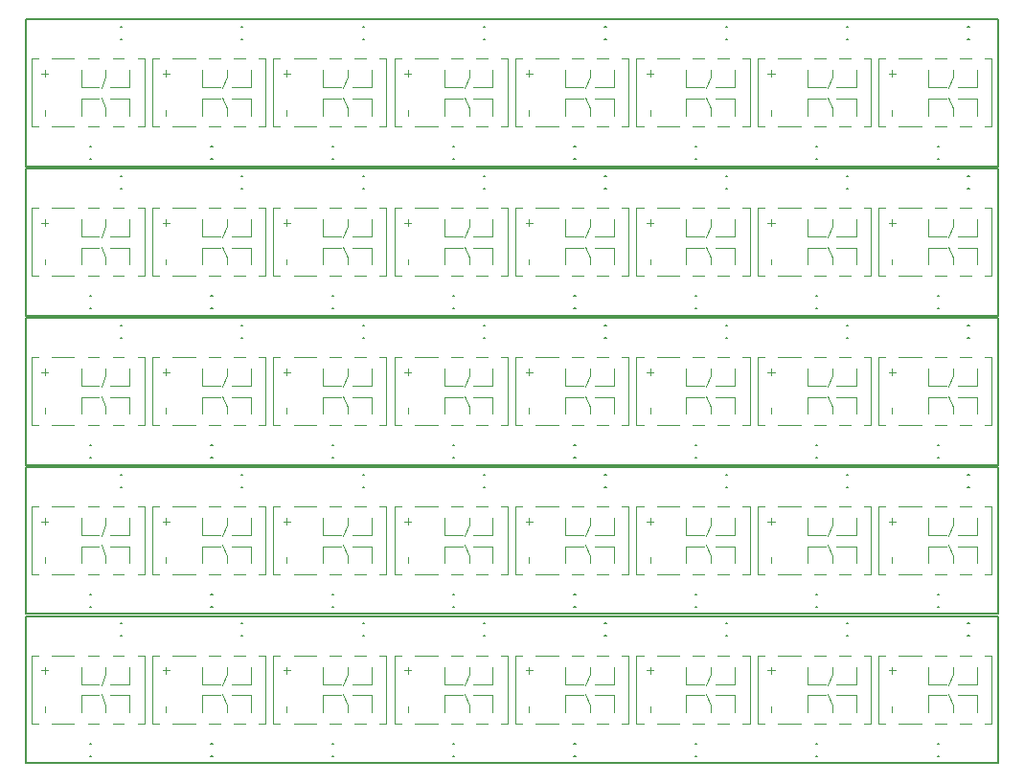
<source format=gbo>
G04*
G04 #@! TF.GenerationSoftware,Altium Limited,Altium Designer,20.0.9 (164)*
G04*
G04 Layer_Color=32896*
%FSLAX25Y25*%
%MOIN*%
G70*
G01*
G75*
%ADD10C,0.00787*%
%ADD12C,0.00394*%
D10*
X115945Y217323D02*
X454528D01*
X115945Y268504D02*
X454528D01*
Y217323D02*
Y268504D01*
X115945Y217323D02*
Y268504D01*
X115945Y165354D02*
X454528D01*
X115945Y216535D02*
X454528D01*
Y165354D02*
Y216535D01*
X115945Y165354D02*
Y216535D01*
X115945Y113386D02*
X454528D01*
X115945Y164567D02*
X454528D01*
Y113386D02*
Y164567D01*
X115945Y113386D02*
Y164567D01*
Y61417D02*
X454528D01*
X115945Y112598D02*
X454528D01*
Y61417D02*
Y112598D01*
X115945Y61417D02*
Y112598D01*
Y217323D02*
X454528D01*
X115945Y268504D02*
X454528D01*
Y217323D02*
Y268504D01*
X115945Y217323D02*
Y268504D01*
X115945Y165354D02*
X454528D01*
X115945Y216535D02*
X454528D01*
Y165354D02*
Y216535D01*
X115945Y165354D02*
Y216535D01*
X115945Y113386D02*
X454528D01*
X115945Y164567D02*
X454528D01*
Y113386D02*
Y164567D01*
X115945Y113386D02*
Y164567D01*
Y61417D02*
X454528D01*
X115945Y112598D02*
X454528D01*
Y61417D02*
Y112598D01*
X115945Y61417D02*
Y112598D01*
X115945Y60630D02*
X454528D01*
X115945Y9449D02*
X454528D01*
Y60630D01*
X115945Y9449D02*
Y60630D01*
Y112598D02*
X454528D01*
X115945Y61417D02*
X454528D01*
Y112598D01*
X115945Y61417D02*
Y112598D01*
Y164567D02*
X454528D01*
X115945Y113386D02*
X454528D01*
Y164567D01*
X115945Y113386D02*
Y164567D01*
Y216535D02*
X454528D01*
X115945Y165354D02*
X454528D01*
Y216535D01*
Y217323D02*
Y268504D01*
X115945Y217323D02*
X454528D01*
X115945Y268504D02*
X454528D01*
X115945Y217323D02*
Y268504D01*
X115945Y60630D02*
X454528D01*
X115945Y9449D02*
X454528D01*
Y60630D01*
X115945Y9449D02*
Y60630D01*
Y217323D02*
X454528D01*
X115945Y268504D02*
X454528D01*
Y217323D02*
Y268504D01*
X115945Y217323D02*
Y268504D01*
X115945Y165354D02*
X454528D01*
X115945Y216535D02*
X454528D01*
Y165354D02*
Y216535D01*
X115945Y165354D02*
Y216535D01*
X115945Y113386D02*
X454528D01*
X115945Y164567D02*
X454528D01*
Y113386D02*
Y164567D01*
X115945Y113386D02*
Y164567D01*
Y61417D02*
X454528D01*
X115945Y112598D02*
X454528D01*
Y61417D02*
Y112598D01*
X115945Y61417D02*
Y112598D01*
X454528Y9449D02*
Y60630D01*
X115945D02*
X454528D01*
X115945Y9449D02*
Y60630D01*
Y9449D02*
X454528D01*
X149016Y261614D02*
X149409D01*
X149016Y265945D02*
X149409D01*
X138386Y219882D02*
X138779D01*
X138386Y224213D02*
X138779D01*
X191142Y261614D02*
X191535D01*
X191142Y265945D02*
X191535D01*
X180512Y219882D02*
X180905D01*
X180512Y224213D02*
X180905D01*
X233268Y261614D02*
X233661D01*
X233268Y265945D02*
X233661D01*
X222638Y219882D02*
X223031D01*
X222638Y224213D02*
X223031D01*
X275394Y261614D02*
X275787D01*
X275394Y265945D02*
X275787D01*
X264764Y219882D02*
X265157D01*
X264764Y224213D02*
X265157D01*
X317520Y261614D02*
X317913D01*
X317520Y265945D02*
X317913D01*
X306890Y219882D02*
X307283D01*
X306890Y224213D02*
X307283D01*
X359646Y261614D02*
X360039D01*
X359646Y265945D02*
X360039D01*
X349016Y219882D02*
X349409D01*
X349016Y224213D02*
X349409D01*
X401772Y261614D02*
X402165D01*
X401772Y265945D02*
X402165D01*
X391142Y219882D02*
X391535D01*
X391142Y224213D02*
X391535D01*
X443898Y261614D02*
X444291D01*
X443898Y265945D02*
X444291D01*
X433268Y219882D02*
X433661D01*
X433268Y224213D02*
X433661D01*
X149016Y209646D02*
X149409D01*
X149016Y213976D02*
X149409D01*
X138386Y167913D02*
X138779D01*
X138386Y172244D02*
X138779D01*
X191142Y209646D02*
X191535D01*
X191142Y213976D02*
X191535D01*
X180512Y167913D02*
X180905D01*
X180512Y172244D02*
X180905D01*
X233268Y209646D02*
X233661D01*
X233268Y213976D02*
X233661D01*
X222638Y167913D02*
X223031D01*
X222638Y172244D02*
X223031D01*
X275394Y209646D02*
X275787D01*
X275394Y213976D02*
X275787D01*
X264764Y167913D02*
X265157D01*
X264764Y172244D02*
X265157D01*
X317520Y209646D02*
X317913D01*
X317520Y213976D02*
X317913D01*
X306890Y167913D02*
X307283D01*
X306890Y172244D02*
X307283D01*
X359646Y209646D02*
X360039D01*
X359646Y213976D02*
X360039D01*
X349016Y167913D02*
X349409D01*
X349016Y172244D02*
X349409D01*
X401772Y209646D02*
X402165D01*
X401772Y213976D02*
X402165D01*
X391142Y167913D02*
X391535D01*
X391142Y172244D02*
X391535D01*
X443898Y209646D02*
X444291D01*
X443898Y213976D02*
X444291D01*
X433268Y167913D02*
X433661D01*
X433268Y172244D02*
X433661D01*
X149016Y157677D02*
X149409D01*
X149016Y162008D02*
X149409D01*
X138386Y115945D02*
X138779D01*
X138386Y120276D02*
X138779D01*
X191142Y157677D02*
X191535D01*
X191142Y162008D02*
X191535D01*
X180512Y115945D02*
X180905D01*
X180512Y120276D02*
X180905D01*
X233268Y157677D02*
X233661D01*
X233268Y162008D02*
X233661D01*
X222638Y115945D02*
X223031D01*
X222638Y120276D02*
X223031D01*
X275394Y157677D02*
X275787D01*
X275394Y162008D02*
X275787D01*
X264764Y115945D02*
X265157D01*
X264764Y120276D02*
X265157D01*
X317520Y157677D02*
X317913D01*
X317520Y162008D02*
X317913D01*
X306890Y115945D02*
X307283D01*
X306890Y120276D02*
X307283D01*
X359646Y157677D02*
X360039D01*
X359646Y162008D02*
X360039D01*
X349016Y115945D02*
X349409D01*
X349016Y120276D02*
X349409D01*
X401772Y157677D02*
X402165D01*
X401772Y162008D02*
X402165D01*
X391142Y115945D02*
X391535D01*
X391142Y120276D02*
X391535D01*
X443898Y157677D02*
X444291D01*
X443898Y162008D02*
X444291D01*
X433268Y115945D02*
X433661D01*
X433268Y120276D02*
X433661D01*
X149016Y105709D02*
X149409D01*
X149016Y110039D02*
X149409D01*
X138386Y63976D02*
X138779D01*
X138386Y68307D02*
X138779D01*
X191142Y105709D02*
X191535D01*
X191142Y110039D02*
X191535D01*
X180512Y63976D02*
X180905D01*
X180512Y68307D02*
X180905D01*
X233268Y105709D02*
X233661D01*
X233268Y110039D02*
X233661D01*
X222638Y63976D02*
X223031D01*
X222638Y68307D02*
X223031D01*
X275394Y105709D02*
X275787D01*
X275394Y110039D02*
X275787D01*
X264764Y63976D02*
X265157D01*
X264764Y68307D02*
X265157D01*
X317520Y105709D02*
X317913D01*
X317520Y110039D02*
X317913D01*
X306890Y63976D02*
X307283D01*
X306890Y68307D02*
X307283D01*
X359646Y105709D02*
X360039D01*
X359646Y110039D02*
X360039D01*
X349016Y63976D02*
X349409D01*
X349016Y68307D02*
X349409D01*
X401772Y105709D02*
X402165D01*
X401772Y110039D02*
X402165D01*
X391142Y63976D02*
X391535D01*
X391142Y68307D02*
X391535D01*
X443898Y105709D02*
X444291D01*
X443898Y110039D02*
X444291D01*
X433268Y63976D02*
X433661D01*
X433268Y68307D02*
X433661D01*
X359646Y53740D02*
X360039D01*
X359646Y58071D02*
X360039Y58071D01*
X443898Y53740D02*
X444291D01*
X443898Y58071D02*
X444291Y58071D01*
X401772Y53740D02*
X402165D01*
X401772Y58071D02*
X402165D01*
X317520Y53740D02*
X317913D01*
X317520Y58071D02*
X317913Y58071D01*
X275394Y53740D02*
X275787D01*
X275394Y58071D02*
X275787D01*
X233268Y53740D02*
X233661D01*
X233268Y58071D02*
X233661D01*
X191142Y53740D02*
X191535D01*
X191142Y58071D02*
X191535D01*
X149016Y53740D02*
X149409D01*
X149016Y58071D02*
X149409D01*
X433268Y12008D02*
X433661D01*
X433268Y16339D02*
X433661Y16339D01*
X391142Y12008D02*
X391535D01*
X391142Y16339D02*
X391535D01*
X349016Y12008D02*
X349409D01*
X349016Y16339D02*
X349409Y16339D01*
X306890Y12008D02*
X307283D01*
X306890Y16339D02*
X307283Y16339D01*
X264764Y12008D02*
X265158D01*
X264764Y16339D02*
X265157Y16339D01*
X222638Y12008D02*
X223031D01*
X222638Y16339D02*
X223031D01*
X180512Y12008D02*
X180905D01*
X180512Y16339D02*
X180905D01*
X138386Y12008D02*
X138779D01*
X138386Y16339D02*
X138779D01*
D12*
X412795Y254724D02*
X415157D01*
X419882D02*
X427756D01*
X432480D02*
X436417D01*
X441142D02*
X445079D01*
X449803D02*
X452165D01*
X449803Y231102D02*
X452165D01*
X441142D02*
X445079D01*
X432480D02*
X436417D01*
X419882D02*
X427756D01*
X412795D02*
X415157D01*
X452165D02*
Y254724D01*
X430118Y235039D02*
Y240945D01*
X436417D01*
X438779Y235039D02*
Y237402D01*
X437149Y241315D02*
X438779Y237402D01*
X447047Y235039D02*
Y240945D01*
X440354D02*
X447047D01*
X440354Y244882D02*
X447047D01*
Y250787D01*
X437149Y244512D02*
X438779Y248425D01*
Y250787D01*
X430118Y244882D02*
X436417D01*
X430118D02*
Y250787D01*
X417520Y235039D02*
Y237008D01*
X416339Y249606D02*
X418701D01*
X417520Y248425D02*
Y250787D01*
X412795Y231102D02*
Y254724D01*
X370669D02*
X373031D01*
X377756D02*
X385630D01*
X390354D02*
X394291D01*
X399016D02*
X402953D01*
X407677D02*
X410039D01*
X407677Y231102D02*
X410039D01*
X399016D02*
X402953D01*
X390354D02*
X394291D01*
X377756D02*
X385630D01*
X370669D02*
X373031D01*
X410039D02*
Y254724D01*
X387992Y235039D02*
Y240945D01*
X394291D01*
X396654Y235039D02*
Y237402D01*
X395023Y241315D02*
X396654Y237402D01*
X404921Y235039D02*
Y240945D01*
X398228D02*
X404921D01*
X398228Y244882D02*
X404921D01*
Y250787D01*
X395023Y244512D02*
X396654Y248425D01*
Y250787D01*
X387992Y244882D02*
X394291D01*
X387992D02*
Y250787D01*
X375394Y235039D02*
Y237008D01*
X374213Y249606D02*
X376575D01*
X375394Y248425D02*
Y250787D01*
X370669Y231102D02*
Y254724D01*
X328543D02*
X330906D01*
X335630D02*
X343504D01*
X348228D02*
X352165D01*
X356890D02*
X360827D01*
X365551D02*
X367913D01*
X365551Y231102D02*
X367913D01*
X356890D02*
X360827D01*
X348228D02*
X352165D01*
X335630D02*
X343504D01*
X328543D02*
X330906D01*
X367913D02*
Y254724D01*
X345866Y235039D02*
Y240945D01*
X352165D01*
X354528Y235039D02*
Y237402D01*
X352897Y241315D02*
X354528Y237402D01*
X362795Y235039D02*
Y240945D01*
X356102D02*
X362795D01*
X356102Y244882D02*
X362795D01*
Y250787D01*
X352897Y244512D02*
X354528Y248425D01*
Y250787D01*
X345866Y244882D02*
X352165D01*
X345866D02*
Y250787D01*
X333268Y235039D02*
Y237008D01*
X332087Y249606D02*
X334449D01*
X333268Y248425D02*
Y250787D01*
X328543Y231102D02*
Y254724D01*
X286417D02*
X288779D01*
X293504D02*
X301378D01*
X306102D02*
X310039D01*
X314764D02*
X318701D01*
X323425D02*
X325787D01*
X323425Y231102D02*
X325787D01*
X314764D02*
X318701D01*
X306102D02*
X310039D01*
X293504D02*
X301378D01*
X286417D02*
X288779D01*
X325787D02*
Y254724D01*
X303740Y235039D02*
Y240945D01*
X310039D01*
X312402Y235039D02*
Y237402D01*
X310771Y241315D02*
X312402Y237402D01*
X320669Y235039D02*
Y240945D01*
X313976D02*
X320669D01*
X313976Y244882D02*
X320669D01*
Y250787D01*
X310771Y244512D02*
X312402Y248425D01*
Y250787D01*
X303740Y244882D02*
X310039D01*
X303740D02*
Y250787D01*
X291142Y235039D02*
Y237008D01*
X289961Y249606D02*
X292323D01*
X291142Y248425D02*
Y250787D01*
X286417Y231102D02*
Y254724D01*
X244291D02*
X246654D01*
X251378D02*
X259252D01*
X263976D02*
X267913D01*
X272638D02*
X276575D01*
X281299D02*
X283661D01*
X281299Y231102D02*
X283661D01*
X272638D02*
X276575D01*
X263976D02*
X267913D01*
X251378D02*
X259252D01*
X244291D02*
X246654D01*
X283661D02*
Y254724D01*
X261614Y235039D02*
Y240945D01*
X267913D01*
X270276Y235039D02*
Y237402D01*
X268645Y241315D02*
X270276Y237402D01*
X278543Y235039D02*
Y240945D01*
X271850D02*
X278543D01*
X271850Y244882D02*
X278543D01*
Y250787D01*
X268645Y244512D02*
X270276Y248425D01*
Y250787D01*
X261614Y244882D02*
X267913D01*
X261614D02*
Y250787D01*
X249016Y235039D02*
Y237008D01*
X247835Y249606D02*
X250197D01*
X249016Y248425D02*
Y250787D01*
X244291Y231102D02*
Y254724D01*
X202165D02*
X204528D01*
X209252D02*
X217126D01*
X221850D02*
X225787D01*
X230512D02*
X234449D01*
X239173D02*
X241535D01*
X239173Y231102D02*
X241535D01*
X230512D02*
X234449D01*
X221850D02*
X225787D01*
X209252D02*
X217126D01*
X202165D02*
X204528D01*
X241535D02*
Y254724D01*
X219488Y235039D02*
Y240945D01*
X225787D01*
X228150Y235039D02*
Y237402D01*
X226519Y241315D02*
X228150Y237402D01*
X236417Y235039D02*
Y240945D01*
X229724D02*
X236417D01*
X229724Y244882D02*
X236417D01*
Y250787D01*
X226519Y244512D02*
X228150Y248425D01*
Y250787D01*
X219488Y244882D02*
X225787D01*
X219488D02*
Y250787D01*
X206890Y235039D02*
Y237008D01*
X205709Y249606D02*
X208071D01*
X206890Y248425D02*
Y250787D01*
X202165Y231102D02*
Y254724D01*
X160039Y254724D02*
X162402D01*
X167126D02*
X175000D01*
X179724D02*
X183661D01*
X188386D02*
X192323D01*
X197047D02*
X199409D01*
X197047Y231102D02*
X199409D01*
X188386D02*
X192323D01*
X179724D02*
X183661D01*
X167126D02*
X175000D01*
X160039D02*
X162402D01*
X199409D02*
Y254724D01*
X177362Y235039D02*
Y240945D01*
X183661D01*
X186024Y235039D02*
Y237402D01*
X184393Y241315D02*
X186024Y237402D01*
X194291Y235039D02*
Y240945D01*
X187598D02*
X194291D01*
X187598Y244882D02*
X194291D01*
Y250787D01*
X184393Y244512D02*
X186024Y248425D01*
Y250787D01*
X177362Y244882D02*
X183661D01*
X177362D02*
Y250787D01*
X164764Y235039D02*
Y237008D01*
X163583Y249606D02*
X165945D01*
X164764Y248425D02*
Y250787D01*
X160039Y231102D02*
Y254724D01*
X117913Y254724D02*
X120275D01*
X125000D02*
X132874D01*
X137598D02*
X141535D01*
X146260D02*
X150197D01*
X154921D02*
X157283D01*
X154921Y231102D02*
X157283D01*
X146260D02*
X150197D01*
X137598D02*
X141535D01*
X125000D02*
X132874D01*
X117913D02*
X120275D01*
X157283D02*
Y254724D01*
X135236Y235039D02*
Y240945D01*
X141535D01*
X143898Y235039D02*
Y237402D01*
X142267Y241315D02*
X143898Y237402D01*
X152165Y235039D02*
Y240945D01*
X145472D02*
X152165D01*
X145472Y244882D02*
X152165D01*
Y250787D01*
X142267Y244512D02*
X143898Y248425D01*
Y250787D01*
X135236Y244882D02*
X141535D01*
X135236D02*
Y250787D01*
X122638Y235039D02*
Y237008D01*
X121457Y249606D02*
X123819D01*
X122638Y248425D02*
Y250787D01*
X117913Y231102D02*
Y254724D01*
X412795Y202756D02*
X415157D01*
X419882D02*
X427756D01*
X432480D02*
X436417D01*
X441142D02*
X445079D01*
X449803D02*
X452165D01*
X449803Y179134D02*
X452165D01*
X441142D02*
X445079D01*
X432480D02*
X436417D01*
X419882D02*
X427756D01*
X412795D02*
X415157D01*
X452165D02*
Y202756D01*
X430118Y183071D02*
Y188976D01*
X436417D01*
X438779Y183071D02*
Y185433D01*
X437149Y189347D02*
X438779Y185433D01*
X447047Y183071D02*
Y188976D01*
X440354D02*
X447047D01*
X440354Y192913D02*
X447047D01*
Y198819D01*
X437149Y192543D02*
X438779Y196457D01*
Y198819D01*
X430118Y192913D02*
X436417D01*
X430118D02*
Y198819D01*
X417520Y183071D02*
Y185039D01*
X416339Y197638D02*
X418701D01*
X417520Y196457D02*
Y198819D01*
X412795Y179134D02*
Y202756D01*
X370669D02*
X373031D01*
X377756D02*
X385630D01*
X390354D02*
X394291D01*
X399016D02*
X402953D01*
X407677D02*
X410039D01*
X407677Y179134D02*
X410039D01*
X399016D02*
X402953D01*
X390354D02*
X394291D01*
X377756D02*
X385630D01*
X370669D02*
X373031D01*
X410039D02*
Y202756D01*
X387992Y183071D02*
Y188976D01*
X394291D01*
X396654Y183071D02*
Y185433D01*
X395023Y189347D02*
X396654Y185433D01*
X404921Y183071D02*
Y188976D01*
X398228D02*
X404921D01*
X398228Y192913D02*
X404921D01*
Y198819D01*
X395023Y192543D02*
X396654Y196457D01*
Y198819D01*
X387992Y192913D02*
X394291D01*
X387992D02*
Y198819D01*
X375394Y183071D02*
Y185039D01*
X374213Y197638D02*
X376575D01*
X375394Y196457D02*
Y198819D01*
X370669Y179134D02*
Y202756D01*
X328543D02*
X330906D01*
X335630D02*
X343504D01*
X348228D02*
X352165D01*
X356890D02*
X360827D01*
X365551D02*
X367913D01*
X365551Y179134D02*
X367913D01*
X356890D02*
X360827D01*
X348228D02*
X352165D01*
X335630D02*
X343504D01*
X328543D02*
X330906D01*
X367913D02*
Y202756D01*
X345866Y183071D02*
Y188976D01*
X352165D01*
X354528Y183071D02*
Y185433D01*
X352897Y189347D02*
X354528Y185433D01*
X362795Y183071D02*
Y188976D01*
X356102D02*
X362795D01*
X356102Y192913D02*
X362795D01*
Y198819D01*
X352897Y192543D02*
X354528Y196457D01*
Y198819D01*
X345866Y192913D02*
X352165D01*
X345866D02*
Y198819D01*
X333268Y183071D02*
Y185039D01*
X332087Y197638D02*
X334449D01*
X333268Y196457D02*
Y198819D01*
X328543Y179134D02*
Y202756D01*
X286417D02*
X288779D01*
X293504D02*
X301378D01*
X306102D02*
X310039D01*
X314764D02*
X318701D01*
X323425D02*
X325787D01*
X323425Y179134D02*
X325787D01*
X314764D02*
X318701D01*
X306102D02*
X310039D01*
X293504D02*
X301378D01*
X286417D02*
X288779D01*
X325787D02*
Y202756D01*
X303740Y183071D02*
Y188976D01*
X310039D01*
X312402Y183071D02*
Y185433D01*
X310771Y189347D02*
X312402Y185433D01*
X320669Y183071D02*
Y188976D01*
X313976D02*
X320669D01*
X313976Y192913D02*
X320669D01*
Y198819D01*
X310771Y192543D02*
X312402Y196457D01*
Y198819D01*
X303740Y192913D02*
X310039D01*
X303740D02*
Y198819D01*
X291142Y183071D02*
Y185039D01*
X289961Y197638D02*
X292323D01*
X291142Y196457D02*
Y198819D01*
X286417Y179134D02*
Y202756D01*
X244291D02*
X246654D01*
X251378D02*
X259252D01*
X263976D02*
X267913D01*
X272638D02*
X276575D01*
X281299D02*
X283661D01*
X281299Y179134D02*
X283661D01*
X272638D02*
X276575D01*
X263976D02*
X267913D01*
X251378D02*
X259252D01*
X244291D02*
X246654D01*
X283661D02*
Y202756D01*
X261614Y183071D02*
Y188976D01*
X267913D01*
X270276Y183071D02*
Y185433D01*
X268645Y189347D02*
X270276Y185433D01*
X278543Y183071D02*
Y188976D01*
X271850D02*
X278543D01*
X271850Y192913D02*
X278543D01*
Y198819D01*
X268645Y192543D02*
X270276Y196457D01*
Y198819D01*
X261614Y192913D02*
X267913D01*
X261614D02*
Y198819D01*
X249016Y183071D02*
Y185039D01*
X247835Y197638D02*
X250197D01*
X249016Y196457D02*
Y198819D01*
X244291Y179134D02*
Y202756D01*
X202165D02*
X204528D01*
X209252D02*
X217126D01*
X221850D02*
X225787D01*
X230512D02*
X234449D01*
X239173D02*
X241535D01*
X239173Y179134D02*
X241535D01*
X230512D02*
X234449D01*
X221850D02*
X225787D01*
X209252D02*
X217126D01*
X202165D02*
X204528D01*
X241535D02*
Y202756D01*
X219488Y183071D02*
Y188976D01*
X225787D01*
X228150Y183071D02*
Y185433D01*
X226519Y189347D02*
X228150Y185433D01*
X236417Y183071D02*
Y188976D01*
X229724D02*
X236417D01*
X229724Y192913D02*
X236417D01*
Y198819D01*
X226519Y192543D02*
X228150Y196457D01*
Y198819D01*
X219488Y192913D02*
X225787D01*
X219488D02*
Y198819D01*
X206890Y183071D02*
Y185039D01*
X205709Y197638D02*
X208071D01*
X206890Y196457D02*
Y198819D01*
X202165Y179134D02*
Y202756D01*
X160039Y202756D02*
X162402D01*
X167126D02*
X175000D01*
X179724D02*
X183661D01*
X188386D02*
X192323D01*
X197047D02*
X199409D01*
X197047Y179134D02*
X199409D01*
X188386D02*
X192323D01*
X179724D02*
X183661D01*
X167126D02*
X175000D01*
X160039D02*
X162402D01*
X199409D02*
Y202756D01*
X177362Y183071D02*
Y188976D01*
X183661D01*
X186024Y183071D02*
Y185433D01*
X184393Y189347D02*
X186024Y185433D01*
X194291Y183071D02*
Y188976D01*
X187598D02*
X194291D01*
X187598Y192913D02*
X194291D01*
Y198819D01*
X184393Y192543D02*
X186024Y196457D01*
Y198819D01*
X177362Y192913D02*
X183661D01*
X177362D02*
Y198819D01*
X164764Y183071D02*
Y185039D01*
X163583Y197638D02*
X165945D01*
X164764Y196457D02*
Y198819D01*
X160039Y179134D02*
Y202756D01*
X117913Y202756D02*
X120275D01*
X125000D02*
X132874D01*
X137598D02*
X141535D01*
X146260D02*
X150197D01*
X154921D02*
X157283D01*
X154921Y179134D02*
X157283D01*
X146260D02*
X150197D01*
X137598D02*
X141535D01*
X125000D02*
X132874D01*
X117913D02*
X120275D01*
X157283D02*
Y202756D01*
X135236Y183071D02*
Y188976D01*
X141535D01*
X143898Y183071D02*
Y185433D01*
X142267Y189347D02*
X143898Y185433D01*
X152165Y183071D02*
Y188976D01*
X145472D02*
X152165D01*
X145472Y192913D02*
X152165D01*
Y198819D01*
X142267Y192543D02*
X143898Y196457D01*
Y198819D01*
X135236Y192913D02*
X141535D01*
X135236D02*
Y198819D01*
X122638Y183071D02*
Y185039D01*
X121457Y197638D02*
X123819D01*
X122638Y196457D02*
Y198819D01*
X117913Y179134D02*
Y202756D01*
X412795Y150787D02*
X415157D01*
X419882D02*
X427756D01*
X432480D02*
X436417D01*
X441142D02*
X445079D01*
X449803D02*
X452165D01*
X449803Y127165D02*
X452165D01*
X441142D02*
X445079D01*
X432480D02*
X436417D01*
X419882D02*
X427756D01*
X412795D02*
X415157D01*
X452165D02*
Y150787D01*
X430118Y131102D02*
Y137008D01*
X436417D01*
X438779Y131102D02*
Y133465D01*
X437149Y137378D02*
X438779Y133465D01*
X447047Y131102D02*
Y137008D01*
X440354D02*
X447047D01*
X440354Y140945D02*
X447047D01*
Y146850D01*
X437149Y140575D02*
X438779Y144488D01*
Y146850D01*
X430118Y140945D02*
X436417D01*
X430118D02*
Y146850D01*
X417520Y131102D02*
Y133071D01*
X416339Y145669D02*
X418701D01*
X417520Y144488D02*
Y146850D01*
X412795Y127165D02*
Y150787D01*
X370669D02*
X373031D01*
X377756D02*
X385630D01*
X390354D02*
X394291D01*
X399016D02*
X402953D01*
X407677D02*
X410039D01*
X407677Y127165D02*
X410039D01*
X399016D02*
X402953D01*
X390354D02*
X394291D01*
X377756D02*
X385630D01*
X370669D02*
X373031D01*
X410039D02*
Y150787D01*
X387992Y131102D02*
Y137008D01*
X394291D01*
X396654Y131102D02*
Y133465D01*
X395023Y137378D02*
X396654Y133465D01*
X404921Y131102D02*
Y137008D01*
X398228D02*
X404921D01*
X398228Y140945D02*
X404921D01*
Y146850D01*
X395023Y140575D02*
X396654Y144488D01*
Y146850D01*
X387992Y140945D02*
X394291D01*
X387992D02*
Y146850D01*
X375394Y131102D02*
Y133071D01*
X374213Y145669D02*
X376575D01*
X375394Y144488D02*
Y146850D01*
X370669Y127165D02*
Y150787D01*
X328543D02*
X330906D01*
X335630D02*
X343504D01*
X348228D02*
X352165D01*
X356890D02*
X360827D01*
X365551D02*
X367913D01*
X365551Y127165D02*
X367913D01*
X356890D02*
X360827D01*
X348228D02*
X352165D01*
X335630D02*
X343504D01*
X328543D02*
X330906D01*
X367913D02*
Y150787D01*
X345866Y131102D02*
Y137008D01*
X352165D01*
X354528Y131102D02*
Y133465D01*
X352897Y137378D02*
X354528Y133465D01*
X362795Y131102D02*
Y137008D01*
X356102D02*
X362795D01*
X356102Y140945D02*
X362795D01*
Y146850D01*
X352897Y140575D02*
X354528Y144488D01*
Y146850D01*
X345866Y140945D02*
X352165D01*
X345866D02*
Y146850D01*
X333268Y131102D02*
Y133071D01*
X332087Y145669D02*
X334449D01*
X333268Y144488D02*
Y146850D01*
X328543Y127165D02*
Y150787D01*
X286417D02*
X288779D01*
X293504D02*
X301378D01*
X306102D02*
X310039D01*
X314764D02*
X318701D01*
X323425D02*
X325787D01*
X323425Y127165D02*
X325787D01*
X314764D02*
X318701D01*
X306102D02*
X310039D01*
X293504D02*
X301378D01*
X286417D02*
X288779D01*
X325787D02*
Y150787D01*
X303740Y131102D02*
Y137008D01*
X310039D01*
X312402Y131102D02*
Y133465D01*
X310771Y137378D02*
X312402Y133465D01*
X320669Y131102D02*
Y137008D01*
X313976D02*
X320669D01*
X313976Y140945D02*
X320669D01*
Y146850D01*
X310771Y140575D02*
X312402Y144488D01*
Y146850D01*
X303740Y140945D02*
X310039D01*
X303740D02*
Y146850D01*
X291142Y131102D02*
Y133071D01*
X289961Y145669D02*
X292323D01*
X291142Y144488D02*
Y146850D01*
X286417Y127165D02*
Y150787D01*
X244291D02*
X246654D01*
X251378D02*
X259252D01*
X263976D02*
X267913D01*
X272638D02*
X276575D01*
X281299D02*
X283661D01*
X281299Y127165D02*
X283661D01*
X272638D02*
X276575D01*
X263976D02*
X267913D01*
X251378D02*
X259252D01*
X244291D02*
X246654D01*
X283661D02*
Y150787D01*
X261614Y131102D02*
Y137008D01*
X267913D01*
X270276Y131102D02*
Y133465D01*
X268645Y137378D02*
X270276Y133465D01*
X278543Y131102D02*
Y137008D01*
X271850D02*
X278543D01*
X271850Y140945D02*
X278543D01*
Y146850D01*
X268645Y140575D02*
X270276Y144488D01*
Y146850D01*
X261614Y140945D02*
X267913D01*
X261614D02*
Y146850D01*
X249016Y131102D02*
Y133071D01*
X247835Y145669D02*
X250197D01*
X249016Y144488D02*
Y146850D01*
X244291Y127165D02*
Y150787D01*
X202165D02*
X204528D01*
X209252D02*
X217126D01*
X221850D02*
X225787D01*
X230512D02*
X234449D01*
X239173D02*
X241535D01*
X239173Y127165D02*
X241535D01*
X230512D02*
X234449D01*
X221850D02*
X225787D01*
X209252D02*
X217126D01*
X202165D02*
X204528D01*
X241535D02*
Y150787D01*
X219488Y131102D02*
Y137008D01*
X225787D01*
X228150Y131102D02*
Y133465D01*
X226519Y137378D02*
X228150Y133465D01*
X236417Y131102D02*
Y137008D01*
X229724D02*
X236417D01*
X229724Y140945D02*
X236417D01*
Y146850D01*
X226519Y140575D02*
X228150Y144488D01*
Y146850D01*
X219488Y140945D02*
X225787D01*
X219488D02*
Y146850D01*
X206890Y131102D02*
Y133071D01*
X205709Y145669D02*
X208071D01*
X206890Y144488D02*
Y146850D01*
X202165Y127165D02*
Y150787D01*
X160039Y150787D02*
X162402D01*
X167126D02*
X175000D01*
X179724D02*
X183661D01*
X188386D02*
X192323D01*
X197047D02*
X199409D01*
X197047Y127165D02*
X199409D01*
X188386D02*
X192323D01*
X179724D02*
X183661D01*
X167126D02*
X175000D01*
X160039D02*
X162402D01*
X199409D02*
Y150787D01*
X177362Y131102D02*
Y137008D01*
X183661D01*
X186024Y131102D02*
Y133465D01*
X184393Y137378D02*
X186024Y133465D01*
X194291Y131102D02*
Y137008D01*
X187598D02*
X194291D01*
X187598Y140945D02*
X194291D01*
Y146850D01*
X184393Y140575D02*
X186024Y144488D01*
Y146850D01*
X177362Y140945D02*
X183661D01*
X177362D02*
Y146850D01*
X164764Y131102D02*
Y133071D01*
X163583Y145669D02*
X165945D01*
X164764Y144488D02*
Y146850D01*
X160039Y127165D02*
Y150787D01*
X117913Y150787D02*
X120275D01*
X125000D02*
X132874D01*
X137598D02*
X141535D01*
X146260D02*
X150197D01*
X154921D02*
X157283D01*
X154921Y127165D02*
X157283D01*
X146260D02*
X150197D01*
X137598D02*
X141535D01*
X125000D02*
X132874D01*
X117913D02*
X120275D01*
X157283D02*
Y150787D01*
X135236Y131102D02*
Y137008D01*
X141535D01*
X143898Y131102D02*
Y133465D01*
X142267Y137378D02*
X143898Y133465D01*
X152165Y131102D02*
Y137008D01*
X145472D02*
X152165D01*
X145472Y140945D02*
X152165D01*
Y146850D01*
X142267Y140575D02*
X143898Y144488D01*
Y146850D01*
X135236Y140945D02*
X141535D01*
X135236D02*
Y146850D01*
X122638Y131102D02*
Y133071D01*
X121457Y145669D02*
X123819D01*
X122638Y144488D02*
Y146850D01*
X117913Y127165D02*
Y150787D01*
X412795Y98819D02*
X415157D01*
X419882D02*
X427756D01*
X432480D02*
X436417D01*
X441142D02*
X445079D01*
X449803D02*
X452165D01*
X449803Y75197D02*
X452165D01*
X441142D02*
X445079D01*
X432480D02*
X436417D01*
X419882D02*
X427756D01*
X412795D02*
X415157D01*
X452165D02*
Y98819D01*
X430118Y79134D02*
Y85039D01*
X436417D01*
X438779Y79134D02*
Y81496D01*
X437149Y85410D02*
X438779Y81496D01*
X447047Y79134D02*
Y85039D01*
X440354D02*
X447047D01*
X440354Y88976D02*
X447047D01*
Y94882D01*
X437149Y88606D02*
X438779Y92520D01*
Y94882D01*
X430118Y88976D02*
X436417D01*
X430118D02*
Y94882D01*
X417520Y79134D02*
Y81102D01*
X416339Y93701D02*
X418701D01*
X417520Y92520D02*
Y94882D01*
X412795Y75197D02*
Y98819D01*
X370669D02*
X373031D01*
X377756D02*
X385630D01*
X390354D02*
X394291D01*
X399016D02*
X402953D01*
X407677D02*
X410039D01*
X407677Y75197D02*
X410039D01*
X399016D02*
X402953D01*
X390354D02*
X394291D01*
X377756D02*
X385630D01*
X370669D02*
X373031D01*
X410039D02*
Y98819D01*
X387992Y79134D02*
Y85039D01*
X394291D01*
X396654Y79134D02*
Y81496D01*
X395023Y85410D02*
X396654Y81496D01*
X404921Y79134D02*
Y85039D01*
X398228D02*
X404921D01*
X398228Y88976D02*
X404921D01*
Y94882D01*
X395023Y88606D02*
X396654Y92520D01*
Y94882D01*
X387992Y88976D02*
X394291D01*
X387992D02*
Y94882D01*
X375394Y79134D02*
Y81102D01*
X374213Y93701D02*
X376575D01*
X375394Y92520D02*
Y94882D01*
X370669Y75197D02*
Y98819D01*
X328543D02*
X330906D01*
X335630D02*
X343504D01*
X348228D02*
X352165D01*
X356890D02*
X360827D01*
X365551D02*
X367913D01*
X365551Y75197D02*
X367913D01*
X356890D02*
X360827D01*
X348228D02*
X352165D01*
X335630D02*
X343504D01*
X328543D02*
X330906D01*
X367913D02*
Y98819D01*
X345866Y79134D02*
Y85039D01*
X352165D01*
X354528Y79134D02*
Y81496D01*
X352897Y85410D02*
X354528Y81496D01*
X362795Y79134D02*
Y85039D01*
X356102D02*
X362795D01*
X356102Y88976D02*
X362795D01*
Y94882D01*
X352897Y88606D02*
X354528Y92520D01*
Y94882D01*
X345866Y88976D02*
X352165D01*
X345866D02*
Y94882D01*
X333268Y79134D02*
Y81102D01*
X332087Y93701D02*
X334449D01*
X333268Y92520D02*
Y94882D01*
X328543Y75197D02*
Y98819D01*
X286417D02*
X288779D01*
X293504D02*
X301378D01*
X306102D02*
X310039D01*
X314764D02*
X318701D01*
X323425D02*
X325787D01*
X323425Y75197D02*
X325787D01*
X314764D02*
X318701D01*
X306102D02*
X310039D01*
X293504D02*
X301378D01*
X286417D02*
X288779D01*
X325787D02*
Y98819D01*
X303740Y79134D02*
Y85039D01*
X310039D01*
X312402Y79134D02*
Y81496D01*
X310771Y85410D02*
X312402Y81496D01*
X320669Y79134D02*
Y85039D01*
X313976D02*
X320669D01*
X313976Y88976D02*
X320669D01*
Y94882D01*
X310771Y88606D02*
X312402Y92520D01*
Y94882D01*
X303740Y88976D02*
X310039D01*
X303740D02*
Y94882D01*
X291142Y79134D02*
Y81102D01*
X289961Y93701D02*
X292323D01*
X291142Y92520D02*
Y94882D01*
X286417Y75197D02*
Y98819D01*
X244291D02*
X246654D01*
X251378D02*
X259252D01*
X263976D02*
X267913D01*
X272638D02*
X276575D01*
X281299D02*
X283661D01*
X281299Y75197D02*
X283661D01*
X272638D02*
X276575D01*
X263976D02*
X267913D01*
X251378D02*
X259252D01*
X244291D02*
X246654D01*
X283661D02*
Y98819D01*
X261614Y79134D02*
Y85039D01*
X267913D01*
X270276Y79134D02*
Y81496D01*
X268645Y85410D02*
X270276Y81496D01*
X278543Y79134D02*
Y85039D01*
X271850D02*
X278543D01*
X271850Y88976D02*
X278543D01*
Y94882D01*
X268645Y88606D02*
X270276Y92520D01*
Y94882D01*
X261614Y88976D02*
X267913D01*
X261614D02*
Y94882D01*
X249016Y79134D02*
Y81102D01*
X247835Y93701D02*
X250197D01*
X249016Y92520D02*
Y94882D01*
X244291Y75197D02*
Y98819D01*
X202165D02*
X204528D01*
X209252D02*
X217126D01*
X221850D02*
X225787D01*
X230512D02*
X234449D01*
X239173D02*
X241535D01*
X239173Y75197D02*
X241535D01*
X230512D02*
X234449D01*
X221850D02*
X225787D01*
X209252D02*
X217126D01*
X202165D02*
X204528D01*
X241535D02*
Y98819D01*
X219488Y79134D02*
Y85039D01*
X225787D01*
X228150Y79134D02*
Y81496D01*
X226519Y85410D02*
X228150Y81496D01*
X236417Y79134D02*
Y85039D01*
X229724D02*
X236417D01*
X229724Y88976D02*
X236417D01*
Y94882D01*
X226519Y88606D02*
X228150Y92520D01*
Y94882D01*
X219488Y88976D02*
X225787D01*
X219488D02*
Y94882D01*
X206890Y79134D02*
Y81102D01*
X205709Y93701D02*
X208071D01*
X206890Y92520D02*
Y94882D01*
X202165Y75197D02*
Y98819D01*
X160039Y98819D02*
X162402D01*
X167126D02*
X175000D01*
X179724D02*
X183661D01*
X188386D02*
X192323D01*
X197047D02*
X199409D01*
X197047Y75197D02*
X199409D01*
X188386D02*
X192323D01*
X179724D02*
X183661D01*
X167126D02*
X175000D01*
X160039D02*
X162402D01*
X199409D02*
Y98819D01*
X177362Y79134D02*
Y85039D01*
X183661D01*
X186024Y79134D02*
Y81496D01*
X184393Y85410D02*
X186024Y81496D01*
X194291Y79134D02*
Y85039D01*
X187598D02*
X194291D01*
X187598Y88976D02*
X194291D01*
Y94882D01*
X184393Y88606D02*
X186024Y92520D01*
Y94882D01*
X177362Y88976D02*
X183661D01*
X177362D02*
Y94882D01*
X164764Y79134D02*
Y81102D01*
X163583Y93701D02*
X165945D01*
X164764Y92520D02*
Y94882D01*
X160039Y75197D02*
Y98819D01*
X117913Y98819D02*
X120275D01*
X125000D02*
X132874D01*
X137598D02*
X141535D01*
X146260D02*
X150197D01*
X154921D02*
X157283D01*
X154921Y75197D02*
X157283D01*
X146260D02*
X150197D01*
X137598D02*
X141535D01*
X125000D02*
X132874D01*
X117913D02*
X120275D01*
X157283D02*
Y98819D01*
X135236Y79134D02*
Y85039D01*
X141535D01*
X143898Y79134D02*
Y81496D01*
X142267Y85410D02*
X143898Y81496D01*
X152165Y79134D02*
Y85039D01*
X145472D02*
X152165D01*
X145472Y88976D02*
X152165D01*
Y94882D01*
X142267Y88606D02*
X143898Y92520D01*
Y94882D01*
X135236Y88976D02*
X141535D01*
X135236D02*
Y94882D01*
X122638Y79134D02*
Y81102D01*
X121457Y93701D02*
X123819D01*
X122638Y92520D02*
Y94882D01*
X117913Y75197D02*
Y98819D01*
Y46850D02*
X120275D01*
X125000D02*
X132874D01*
X137598D02*
X141535D01*
X146260D02*
X150197D01*
X154921D02*
X157283D01*
X154921Y23228D02*
X157283D01*
X146260Y23228D02*
X150197D01*
X137598Y23228D02*
X141535Y23228D01*
X125000Y23228D02*
X132874Y23228D01*
X117913Y23228D02*
X120276Y23228D01*
X157283Y23228D02*
Y46850D01*
X135236Y27165D02*
Y33071D01*
X141535D01*
X143898Y27165D02*
Y29528D01*
X142267Y33441D02*
X143898Y29528D01*
X152165Y27165D02*
X152165Y33071D01*
X145472D02*
X152165D01*
X145472Y37008D02*
X152165Y37008D01*
Y42913D01*
X142267Y36637D02*
X143898Y40551D01*
Y42913D01*
X135236Y37008D02*
X141535Y37008D01*
X135236Y37008D02*
X135236Y42913D01*
X122638Y27165D02*
Y29134D01*
X121457Y41732D02*
X123819D01*
X122638Y40551D02*
X122638Y42913D01*
X117913Y23228D02*
Y46850D01*
X160039Y46850D02*
X162402D01*
X167126D02*
X175000D01*
X179724Y46850D02*
X183661D01*
X188386D02*
X192323Y46850D01*
X197047D02*
X199409D01*
X197047Y23228D02*
X199409Y23228D01*
X188386D02*
X192323D01*
X179724D02*
X183661D01*
X167126D02*
X175000Y23228D01*
X160039Y23228D02*
X162402D01*
X199409D02*
Y46850D01*
X177362Y27165D02*
Y33071D01*
X183661D01*
X186024Y27165D02*
Y29528D01*
X184393Y33441D02*
X186024Y29528D01*
X194291Y27165D02*
X194291Y33071D01*
X187598D02*
X194291D01*
X187598Y37008D02*
X194291D01*
X194291Y42913D02*
X194291Y37008D01*
X184393Y36637D02*
X186024Y40551D01*
X186024Y42913D01*
X177362Y37008D02*
X183661D01*
X177362Y42913D02*
X177362Y37008D01*
X164764Y27165D02*
Y29134D01*
X163583Y41732D02*
X165945D01*
X164764Y40551D02*
X164764Y42913D01*
X160039Y23228D02*
Y46850D01*
X244291Y46850D02*
X246654Y46850D01*
X251378Y46850D02*
X259252D01*
X263976Y46850D02*
X267913D01*
X272638D02*
X276575Y46850D01*
X281299Y46850D02*
X283661D01*
X281299Y23228D02*
X283661Y23228D01*
X272638D02*
X276575D01*
X263976D02*
X267913Y23228D01*
X251378Y23228D02*
X259252D01*
X244291D02*
X246654Y23228D01*
X283661Y23228D02*
Y46850D01*
X261614Y33071D02*
X261614Y27165D01*
X261614Y33071D02*
X267913D01*
X270276Y27165D02*
Y29528D01*
X268645Y33441D02*
X270276Y29528D01*
X278543Y33071D02*
X278543Y27165D01*
X271850Y33071D02*
X278543D01*
X271850Y37008D02*
X278543D01*
Y42913D01*
X268645Y36637D02*
X270276Y40551D01*
Y42913D01*
X261614Y37008D02*
X267913D01*
X261614D02*
X261614Y42913D01*
X249016Y27165D02*
Y29134D01*
X247835Y41732D02*
X250197Y41732D01*
X249016Y42913D02*
X249016Y40551D01*
X244291Y46850D02*
X244291Y23228D01*
X202165Y46850D02*
X204528D01*
X209252D02*
X217126D01*
X221850Y46850D02*
X225787D01*
X230512D02*
X234449Y46850D01*
X239173D02*
X241535D01*
X239173Y23228D02*
X241535D01*
X230512Y23228D02*
X234449Y23228D01*
X221850Y23228D02*
X225787Y23228D01*
X209252Y23228D02*
X217126D01*
X202165D02*
X204528Y23228D01*
X241535Y46850D02*
X241535Y23228D01*
X219488Y27165D02*
Y33071D01*
X225787D01*
X228150Y27165D02*
Y29528D01*
X226519Y33441D02*
X228150Y29528D01*
X236417Y27165D02*
X236417Y33071D01*
X229724D02*
X236417D01*
X229724Y37008D02*
X236417Y37008D01*
Y42913D01*
X226519Y36637D02*
X228150Y40551D01*
X228150Y42913D02*
X228150Y40551D01*
X219488Y37008D02*
X225787Y37008D01*
X219488Y37008D02*
Y42913D01*
X206890Y27165D02*
Y29134D01*
X205709Y41732D02*
X208071D01*
X206890Y40551D02*
X206890Y42913D01*
X202165Y23228D02*
Y46850D01*
X286417D02*
X288779D01*
X293504D02*
X301378D01*
X306102Y46850D02*
X310039D01*
X314764D02*
X318701Y46850D01*
X323425D02*
X325787D01*
X323425Y23228D02*
X325787Y23228D01*
X314764Y23228D02*
X318701Y23228D01*
X306102Y23228D02*
X310039Y23228D01*
X293504Y23228D02*
X301378D01*
X286417D02*
X288779Y23228D01*
X325787Y23228D02*
Y46850D01*
X303740Y27165D02*
Y33071D01*
X310039D01*
X312402Y27165D02*
Y29528D01*
X310771Y33441D02*
X312402Y29528D01*
X320669Y27165D02*
X320669Y33071D01*
X313976D02*
X320669D01*
X313976Y37008D02*
X320669Y37008D01*
X320669Y42913D01*
X310771Y36637D02*
X312402Y40551D01*
X312402Y42913D02*
X312402Y40551D01*
X303740Y37008D02*
X310039Y37008D01*
X303740Y37008D02*
X303740Y42913D01*
X291142Y27165D02*
Y29134D01*
X289961Y41732D02*
X292323D01*
X291142Y40551D02*
Y42913D01*
X286417Y23228D02*
Y46850D01*
X328543D02*
X330906D01*
X335630D02*
X343504D01*
X348228Y46850D02*
X352165Y46850D01*
X356890Y46850D02*
X360827Y46850D01*
X365551D02*
X367913D01*
X365551Y23228D02*
X367913Y23228D01*
X356890Y23228D02*
X360827Y23228D01*
X348228Y23228D02*
X352165Y23228D01*
X335630Y23228D02*
X343504D01*
X328543D02*
X330906D01*
X367913Y23228D02*
Y46850D01*
X345866Y33071D02*
X345866Y27165D01*
X345866Y33071D02*
X352165Y33071D01*
X354528Y27165D02*
Y29528D01*
X352897Y33441D02*
X354528Y29528D01*
X362795Y27165D02*
Y33071D01*
X356102Y33071D02*
X362795Y33071D01*
X356102Y37008D02*
X362795Y37008D01*
X362795Y42913D01*
X352897Y36637D02*
X354528Y40551D01*
Y42913D01*
X345866Y37008D02*
X352165Y37008D01*
X345866Y37008D02*
X345866Y42913D01*
X333268Y27165D02*
Y29134D01*
X332087Y41732D02*
X334449D01*
X333268Y40551D02*
Y42913D01*
X328543Y23228D02*
Y46850D01*
X370669Y46850D02*
X373031Y46850D01*
X377756Y46850D02*
X385630Y46850D01*
X390354Y46850D02*
X394291Y46850D01*
X399016D02*
X402953Y46850D01*
X407677D02*
X410039Y46850D01*
X407677Y23228D02*
X410039D01*
X399016Y23228D02*
X402953D01*
X390354D02*
X394291D01*
X377756Y23228D02*
X385630Y23228D01*
X370669Y23228D02*
X373031Y23228D01*
X410039Y23228D02*
Y46850D01*
X387992Y27165D02*
Y33071D01*
X394291D01*
X396654Y29528D02*
X396654Y27165D01*
X395023Y33441D02*
X396654Y29528D01*
X404921Y27165D02*
X404921Y33071D01*
X398228D02*
X404921D01*
X398228Y37008D02*
X404921D01*
Y42913D01*
X395023Y36637D02*
X396654Y40551D01*
X396654Y42913D02*
X396654Y40551D01*
X387992Y37008D02*
X394291D01*
X387992D02*
Y42913D01*
X375394Y27165D02*
Y29134D01*
X374213Y41732D02*
X376575D01*
X375394Y42913D02*
X375394Y40551D01*
X370669Y23228D02*
Y46850D01*
X412795Y46850D02*
X415158D01*
X419882D02*
X427756D01*
X432480D02*
X436417Y46850D01*
X441142D02*
X445079Y46850D01*
X449803D02*
X452165D01*
X449803Y23228D02*
X452165Y23228D01*
X441142Y23228D02*
X445079Y23228D01*
X432480Y23228D02*
X436417Y23228D01*
X419882D02*
X427756D01*
X412795D02*
X415158Y23228D01*
X452165Y23228D02*
Y46850D01*
X430118Y27165D02*
Y33071D01*
X436417D01*
X438779Y27165D02*
Y29528D01*
X437149Y33441D02*
X438779Y29528D01*
X447047Y27165D02*
X447047Y33071D01*
X440354D02*
X447047D01*
X440354Y37008D02*
X447047Y37008D01*
X447047Y42913D01*
X437149Y36637D02*
X438779Y40551D01*
Y42913D01*
X430118Y37008D02*
X436417Y37008D01*
X430118Y37008D02*
X430118Y42913D01*
X417520Y27165D02*
Y29134D01*
X416339Y41732D02*
X418701D01*
X417520Y42913D02*
X417520Y40551D01*
X412795Y23228D02*
Y46850D01*
M02*

</source>
